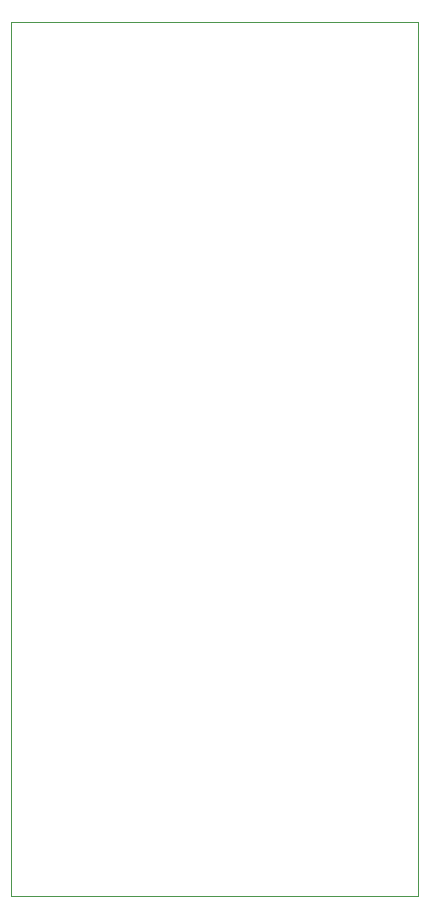
<source format=gm1>
%TF.GenerationSoftware,KiCad,Pcbnew,8.0.1*%
%TF.CreationDate,2024-04-28T12:43:27+02:00*%
%TF.ProjectId,MainControllerNodeMCU-32S,4d61696e-436f-46e7-9472-6f6c6c65724e,rev?*%
%TF.SameCoordinates,Original*%
%TF.FileFunction,Profile,NP*%
%FSLAX46Y46*%
G04 Gerber Fmt 4.6, Leading zero omitted, Abs format (unit mm)*
G04 Created by KiCad (PCBNEW 8.0.1) date 2024-04-28 12:43:27*
%MOMM*%
%LPD*%
G01*
G04 APERTURE LIST*
%TA.AperFunction,Profile*%
%ADD10C,0.050000*%
%TD*%
G04 APERTURE END LIST*
D10*
X138446800Y-65103800D02*
X172946800Y-65103800D01*
X172946800Y-139103800D01*
X138446800Y-139103800D01*
X138446800Y-65103800D01*
M02*

</source>
